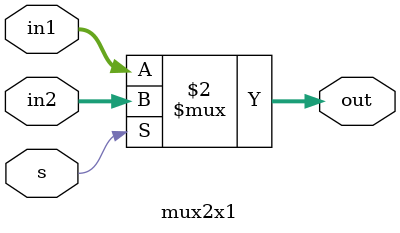
<source format=v>
module mux2x1 #(parameter size = 32) (in1, in2, s, out);

	// inputs	
	input s;
	input [size-1:0] in1, in2; // size was 33 bits instead of 32, fixed.
	
	// outputs
	output [size-1:0] out;

	// Unit logic
	assign out = (~s) ? in1 : in2;
	
endmodule
</source>
